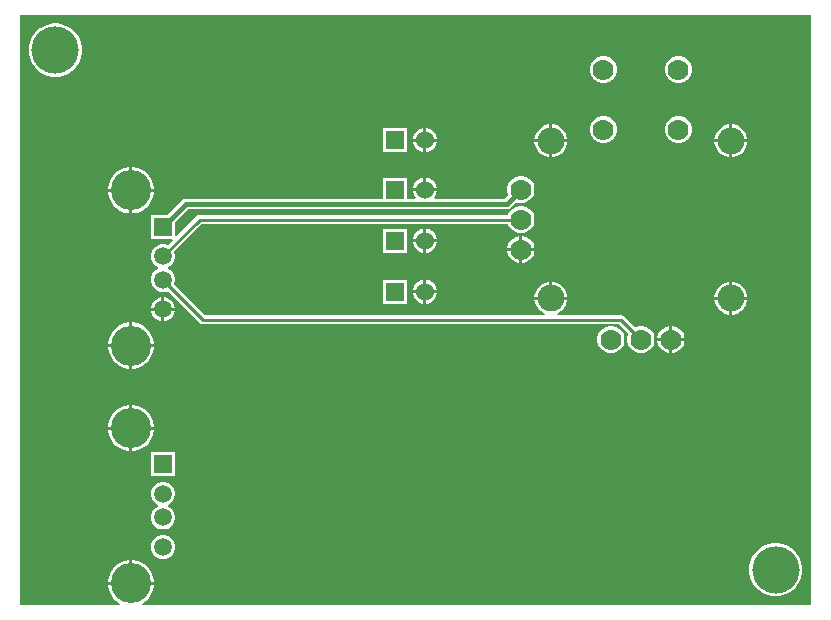
<source format=gbl>
G04*
G04 #@! TF.GenerationSoftware,Altium Limited,Altium Designer,22.10.1 (41)*
G04*
G04 Layer_Physical_Order=2*
G04 Layer_Color=16711680*
%FSLAX25Y25*%
%MOIN*%
G70*
G04*
G04 #@! TF.SameCoordinates,21556AB6-08DB-41F7-8633-05A54B1CEEA3*
G04*
G04*
G04 #@! TF.FilePolarity,Positive*
G04*
G01*
G75*
%ADD12C,0.01000*%
%ADD21C,0.01500*%
%ADD22C,0.15748*%
%ADD23C,0.13370*%
%ADD24C,0.05937*%
%ADD25R,0.05937X0.05937*%
%ADD26C,0.07000*%
%ADD27C,0.09000*%
%ADD28R,0.06024X0.06024*%
%ADD29C,0.06024*%
G36*
X267717Y3937D02*
X44665D01*
X44568Y4427D01*
X44640Y4457D01*
X45899Y5298D01*
X46969Y6369D01*
X47810Y7628D01*
X48390Y9026D01*
X48685Y10511D01*
Y10768D01*
X41000D01*
X33315D01*
Y10511D01*
X33610Y9026D01*
X34190Y7628D01*
X35031Y6369D01*
X36101Y5298D01*
X37360Y4457D01*
X37432Y4427D01*
X37335Y3937D01*
X3937D01*
Y200787D01*
X267717D01*
Y3937D01*
D02*
G37*
%LPC*%
G36*
X16622Y197850D02*
X14874D01*
X13160Y197509D01*
X11545Y196840D01*
X10091Y195869D01*
X8855Y194633D01*
X7884Y193180D01*
X7215Y191565D01*
X6874Y189850D01*
Y188102D01*
X7215Y186388D01*
X7884Y184773D01*
X8855Y183319D01*
X10091Y182083D01*
X11545Y181112D01*
X13160Y180443D01*
X14874Y180102D01*
X16622D01*
X18337Y180443D01*
X19951Y181112D01*
X21405Y182083D01*
X22641Y183319D01*
X23612Y184773D01*
X24281Y186388D01*
X24622Y188102D01*
Y189850D01*
X24281Y191565D01*
X23612Y193180D01*
X22641Y194633D01*
X21405Y195869D01*
X19951Y196840D01*
X18337Y197509D01*
X16622Y197850D01*
D02*
G37*
G36*
X224092Y187000D02*
X222908D01*
X221763Y186693D01*
X220737Y186101D01*
X219899Y185263D01*
X219307Y184237D01*
X219000Y183092D01*
Y181908D01*
X219307Y180763D01*
X219899Y179737D01*
X220737Y178899D01*
X221763Y178307D01*
X222908Y178000D01*
X224092D01*
X225237Y178307D01*
X226263Y178899D01*
X227101Y179737D01*
X227693Y180763D01*
X228000Y181908D01*
Y183092D01*
X227693Y184237D01*
X227101Y185263D01*
X226263Y186101D01*
X225237Y186693D01*
X224092Y187000D01*
D02*
G37*
G36*
X199092D02*
X197908D01*
X196763Y186693D01*
X195737Y186101D01*
X194899Y185263D01*
X194307Y184237D01*
X194000Y183092D01*
Y181908D01*
X194307Y180763D01*
X194899Y179737D01*
X195737Y178899D01*
X196763Y178307D01*
X197908Y178000D01*
X199092D01*
X200237Y178307D01*
X201263Y178899D01*
X202101Y179737D01*
X202693Y180763D01*
X203000Y181908D01*
Y183092D01*
X202693Y184237D01*
X202101Y185263D01*
X201263Y186101D01*
X200237Y186693D01*
X199092Y187000D01*
D02*
G37*
G36*
X139528Y163012D02*
X139500D01*
Y159500D01*
X143012D01*
Y159528D01*
X142738Y160548D01*
X142210Y161463D01*
X141463Y162210D01*
X140549Y162738D01*
X139528Y163012D01*
D02*
G37*
G36*
X138500D02*
X138472D01*
X137452Y162738D01*
X136537Y162210D01*
X135790Y161463D01*
X135262Y160548D01*
X134988Y159528D01*
Y159500D01*
X138500D01*
Y163012D01*
D02*
G37*
G36*
X241724Y164250D02*
X241500D01*
Y159250D01*
X246500D01*
Y159474D01*
X246125Y160873D01*
X245401Y162127D01*
X244377Y163151D01*
X243123Y163875D01*
X241724Y164250D01*
D02*
G37*
G36*
X240500D02*
X240276D01*
X238877Y163875D01*
X237623Y163151D01*
X236599Y162127D01*
X235875Y160873D01*
X235500Y159474D01*
Y159250D01*
X240500D01*
Y164250D01*
D02*
G37*
G36*
X181724D02*
X181500D01*
Y159250D01*
X186500D01*
Y159474D01*
X186125Y160873D01*
X185401Y162127D01*
X184377Y163151D01*
X183123Y163875D01*
X181724Y164250D01*
D02*
G37*
G36*
X180500D02*
X180276D01*
X178877Y163875D01*
X177623Y163151D01*
X176599Y162127D01*
X175875Y160873D01*
X175500Y159474D01*
Y159250D01*
X180500D01*
Y164250D01*
D02*
G37*
G36*
X224092Y167000D02*
X222908D01*
X221763Y166693D01*
X220737Y166101D01*
X219899Y165263D01*
X219307Y164237D01*
X219000Y163092D01*
Y161908D01*
X219307Y160763D01*
X219899Y159737D01*
X220737Y158899D01*
X221763Y158307D01*
X222908Y158000D01*
X224092D01*
X225237Y158307D01*
X226263Y158899D01*
X227101Y159737D01*
X227693Y160763D01*
X228000Y161908D01*
Y163092D01*
X227693Y164237D01*
X227101Y165263D01*
X226263Y166101D01*
X225237Y166693D01*
X224092Y167000D01*
D02*
G37*
G36*
X199092D02*
X197908D01*
X196763Y166693D01*
X195737Y166101D01*
X194899Y165263D01*
X194307Y164237D01*
X194000Y163092D01*
Y161908D01*
X194307Y160763D01*
X194899Y159737D01*
X195737Y158899D01*
X196763Y158307D01*
X197908Y158000D01*
X199092D01*
X200237Y158307D01*
X201263Y158899D01*
X202101Y159737D01*
X202693Y160763D01*
X203000Y161908D01*
Y163092D01*
X202693Y164237D01*
X202101Y165263D01*
X201263Y166101D01*
X200237Y166693D01*
X199092Y167000D01*
D02*
G37*
G36*
X143012Y158500D02*
X139500D01*
Y154988D01*
X139528D01*
X140549Y155262D01*
X141463Y155790D01*
X142210Y156537D01*
X142738Y157451D01*
X143012Y158472D01*
Y158500D01*
D02*
G37*
G36*
X138500D02*
X134988D01*
Y158472D01*
X135262Y157451D01*
X135790Y156537D01*
X136537Y155790D01*
X137452Y155262D01*
X138472Y154988D01*
X138500D01*
Y158500D01*
D02*
G37*
G36*
X133012Y163012D02*
X124988D01*
Y154988D01*
X133012D01*
Y163012D01*
D02*
G37*
G36*
X246500Y158250D02*
X241500D01*
Y153250D01*
X241724D01*
X243123Y153625D01*
X244377Y154349D01*
X245401Y155373D01*
X246125Y156627D01*
X246500Y158026D01*
Y158250D01*
D02*
G37*
G36*
X240500D02*
X235500D01*
Y158026D01*
X235875Y156627D01*
X236599Y155373D01*
X237623Y154349D01*
X238877Y153625D01*
X240276Y153250D01*
X240500D01*
Y158250D01*
D02*
G37*
G36*
X186500D02*
X181500D01*
Y153250D01*
X181724D01*
X183123Y153625D01*
X184377Y154349D01*
X185401Y155373D01*
X186125Y156627D01*
X186500Y158026D01*
Y158250D01*
D02*
G37*
G36*
X180500D02*
X175500D01*
Y158026D01*
X175875Y156627D01*
X176599Y155373D01*
X177623Y154349D01*
X178877Y153625D01*
X180276Y153250D01*
X180500D01*
Y158250D01*
D02*
G37*
G36*
X139528Y146512D02*
X139500D01*
Y143000D01*
X143012D01*
Y143028D01*
X142738Y144049D01*
X142210Y144963D01*
X141463Y145710D01*
X140549Y146238D01*
X139528Y146512D01*
D02*
G37*
G36*
X138500D02*
X138472D01*
X137452Y146238D01*
X136537Y145710D01*
X135790Y144963D01*
X135262Y144049D01*
X134988Y143028D01*
Y143000D01*
X138500D01*
Y146512D01*
D02*
G37*
G36*
X41757Y149917D02*
X41500D01*
Y142732D01*
X48685D01*
Y142989D01*
X48390Y144474D01*
X47810Y145872D01*
X46969Y147131D01*
X45899Y148202D01*
X44640Y149043D01*
X43242Y149622D01*
X41757Y149917D01*
D02*
G37*
G36*
X40500D02*
X40243D01*
X38758Y149622D01*
X37360Y149043D01*
X36101Y148202D01*
X35031Y147131D01*
X34190Y145872D01*
X33610Y144474D01*
X33315Y142989D01*
Y142732D01*
X40500D01*
Y149917D01*
D02*
G37*
G36*
X171592Y147000D02*
X170408D01*
X169263Y146693D01*
X168237Y146101D01*
X167399Y145263D01*
X166807Y144237D01*
X166500Y143092D01*
Y141908D01*
X166793Y140816D01*
X165461Y139484D01*
X142311D01*
X142120Y139946D01*
X142210Y140037D01*
X142738Y140952D01*
X143012Y141972D01*
Y142000D01*
X134988D01*
Y141972D01*
X135262Y140952D01*
X135790Y140037D01*
X135880Y139946D01*
X135689Y139484D01*
X133012D01*
Y146512D01*
X124988D01*
Y139484D01*
X59224D01*
X58541Y139348D01*
X57962Y138962D01*
X57962Y138962D01*
X53114Y134114D01*
X47701D01*
Y126177D01*
X54727D01*
X54918Y125715D01*
X53203Y124000D01*
X53201Y124001D01*
X52192Y124272D01*
X51147D01*
X50137Y124001D01*
X49233Y123479D01*
X48494Y122740D01*
X47971Y121835D01*
X47701Y120826D01*
Y119781D01*
X47971Y118771D01*
X48494Y117867D01*
X49233Y117128D01*
X50090Y116632D01*
X50132Y116366D01*
X50090Y116100D01*
X49233Y115605D01*
X48494Y114866D01*
X47971Y113961D01*
X47701Y112952D01*
Y111907D01*
X47971Y110897D01*
X48494Y109993D01*
X49233Y109254D01*
X50137Y108731D01*
X51147Y108461D01*
X52192D01*
X53201Y108731D01*
X53203Y108732D01*
X63917Y98019D01*
X64413Y97687D01*
X64998Y97571D01*
X203766D01*
X206914Y94423D01*
X206807Y94237D01*
X206500Y93092D01*
Y91908D01*
X206807Y90763D01*
X207399Y89737D01*
X208237Y88899D01*
X209263Y88307D01*
X210408Y88000D01*
X211592D01*
X212737Y88307D01*
X213763Y88899D01*
X214601Y89737D01*
X215193Y90763D01*
X215500Y91908D01*
Y93092D01*
X215193Y94237D01*
X214601Y95263D01*
X213763Y96101D01*
X212737Y96693D01*
X211592Y97000D01*
X210408D01*
X209263Y96693D01*
X209077Y96586D01*
X205481Y100181D01*
X204985Y100513D01*
X204400Y100629D01*
X183206D01*
X183123Y101125D01*
X184377Y101849D01*
X185401Y102873D01*
X186125Y104127D01*
X186500Y105526D01*
Y105750D01*
X175500D01*
Y105526D01*
X175875Y104127D01*
X176599Y102873D01*
X177623Y101849D01*
X178877Y101125D01*
X178794Y100629D01*
X65632D01*
X55366Y110895D01*
X55367Y110897D01*
X55638Y111907D01*
Y112952D01*
X55367Y113961D01*
X54845Y114866D01*
X54106Y115605D01*
X53248Y116100D01*
X53207Y116366D01*
X53248Y116632D01*
X54106Y117128D01*
X54845Y117867D01*
X55367Y118771D01*
X55638Y119781D01*
Y120826D01*
X55367Y121835D01*
X55366Y121837D01*
X64499Y130971D01*
X166751D01*
X166807Y130763D01*
X167399Y129737D01*
X168237Y128899D01*
X169263Y128307D01*
X170408Y128000D01*
X171592D01*
X172737Y128307D01*
X173763Y128899D01*
X174601Y129737D01*
X175193Y130763D01*
X175500Y131908D01*
Y133092D01*
X175193Y134237D01*
X174601Y135263D01*
X173763Y136101D01*
X172737Y136693D01*
X171592Y137000D01*
X170408D01*
X169263Y136693D01*
X168237Y136101D01*
X167399Y135263D01*
X166807Y134237D01*
X166751Y134029D01*
X63866D01*
X63281Y133913D01*
X62785Y133581D01*
X56100Y126897D01*
X55638Y127088D01*
Y131591D01*
X59963Y135916D01*
X166200D01*
X166883Y136051D01*
X167462Y136438D01*
X169316Y138293D01*
X170408Y138000D01*
X171592D01*
X172737Y138307D01*
X173763Y138899D01*
X174601Y139737D01*
X175193Y140763D01*
X175500Y141908D01*
Y143092D01*
X175193Y144237D01*
X174601Y145263D01*
X173763Y146101D01*
X172737Y146693D01*
X171592Y147000D01*
D02*
G37*
G36*
X48685Y141732D02*
X41500D01*
Y134547D01*
X41757D01*
X43242Y134843D01*
X44640Y135422D01*
X45899Y136263D01*
X46969Y137333D01*
X47810Y138592D01*
X48390Y139991D01*
X48685Y141475D01*
Y141732D01*
D02*
G37*
G36*
X40500D02*
X33315D01*
Y141475D01*
X33610Y139991D01*
X34190Y138592D01*
X35031Y137333D01*
X36101Y136263D01*
X37360Y135422D01*
X38758Y134843D01*
X40243Y134547D01*
X40500D01*
Y141732D01*
D02*
G37*
G36*
X139528Y129512D02*
X139500D01*
Y126000D01*
X143012D01*
Y126028D01*
X142738Y127049D01*
X142210Y127963D01*
X141463Y128710D01*
X140549Y129238D01*
X139528Y129512D01*
D02*
G37*
G36*
X138500D02*
X138472D01*
X137452Y129238D01*
X136537Y128710D01*
X135790Y127963D01*
X135262Y127049D01*
X134988Y126028D01*
Y126000D01*
X138500D01*
Y129512D01*
D02*
G37*
G36*
X171592Y127000D02*
X171500D01*
Y123000D01*
X175500D01*
Y123092D01*
X175193Y124237D01*
X174601Y125263D01*
X173763Y126101D01*
X172737Y126693D01*
X171592Y127000D01*
D02*
G37*
G36*
X170500D02*
X170408D01*
X169263Y126693D01*
X168237Y126101D01*
X167399Y125263D01*
X166807Y124237D01*
X166500Y123092D01*
Y123000D01*
X170500D01*
Y127000D01*
D02*
G37*
G36*
X143012Y125000D02*
X139500D01*
Y121488D01*
X139528D01*
X140549Y121762D01*
X141463Y122290D01*
X142210Y123037D01*
X142738Y123951D01*
X143012Y124972D01*
Y125000D01*
D02*
G37*
G36*
X138500D02*
X134988D01*
Y124972D01*
X135262Y123951D01*
X135790Y123037D01*
X136537Y122290D01*
X137452Y121762D01*
X138472Y121488D01*
X138500D01*
Y125000D01*
D02*
G37*
G36*
X133012Y129512D02*
X124988D01*
Y121488D01*
X133012D01*
Y129512D01*
D02*
G37*
G36*
X175500Y122000D02*
X171500D01*
Y118000D01*
X171592D01*
X172737Y118307D01*
X173763Y118899D01*
X174601Y119737D01*
X175193Y120763D01*
X175500Y121908D01*
Y122000D01*
D02*
G37*
G36*
X170500D02*
X166500D01*
Y121908D01*
X166807Y120763D01*
X167399Y119737D01*
X168237Y118899D01*
X169263Y118307D01*
X170408Y118000D01*
X170500D01*
Y122000D01*
D02*
G37*
G36*
X139528Y112512D02*
X139500D01*
Y109000D01*
X143012D01*
Y109028D01*
X142738Y110048D01*
X142210Y110963D01*
X141463Y111710D01*
X140549Y112238D01*
X139528Y112512D01*
D02*
G37*
G36*
X138500D02*
X138472D01*
X137452Y112238D01*
X136537Y111710D01*
X135790Y110963D01*
X135262Y110048D01*
X134988Y109028D01*
Y109000D01*
X138500D01*
Y112512D01*
D02*
G37*
G36*
X241724Y111750D02*
X241500D01*
Y106750D01*
X246500D01*
Y106974D01*
X246125Y108373D01*
X245401Y109627D01*
X244377Y110651D01*
X243123Y111375D01*
X241724Y111750D01*
D02*
G37*
G36*
X240500D02*
X240276D01*
X238877Y111375D01*
X237623Y110651D01*
X236599Y109627D01*
X235875Y108373D01*
X235500Y106974D01*
Y106750D01*
X240500D01*
Y111750D01*
D02*
G37*
G36*
X181724D02*
X181500D01*
Y106750D01*
X186500D01*
Y106974D01*
X186125Y108373D01*
X185401Y109627D01*
X184377Y110651D01*
X183123Y111375D01*
X181724Y111750D01*
D02*
G37*
G36*
X180500D02*
X180276D01*
X178877Y111375D01*
X177623Y110651D01*
X176599Y109627D01*
X175875Y108373D01*
X175500Y106974D01*
Y106750D01*
X180500D01*
Y111750D01*
D02*
G37*
G36*
X143012Y108000D02*
X139500D01*
Y104488D01*
X139528D01*
X140549Y104762D01*
X141463Y105290D01*
X142210Y106037D01*
X142738Y106951D01*
X143012Y107972D01*
Y108000D01*
D02*
G37*
G36*
X138500D02*
X134988D01*
Y107972D01*
X135262Y106951D01*
X135790Y106037D01*
X136537Y105290D01*
X137452Y104762D01*
X138472Y104488D01*
X138500D01*
Y108000D01*
D02*
G37*
G36*
X133012Y112512D02*
X124988D01*
Y104488D01*
X133012D01*
Y112512D01*
D02*
G37*
G36*
X52192Y106555D02*
X52169D01*
Y103087D01*
X55638D01*
Y103109D01*
X55367Y104118D01*
X54845Y105023D01*
X54106Y105762D01*
X53201Y106285D01*
X52192Y106555D01*
D02*
G37*
G36*
X51169D02*
X51147D01*
X50137Y106285D01*
X49233Y105762D01*
X48494Y105023D01*
X47971Y104118D01*
X47701Y103109D01*
Y103087D01*
X51169D01*
Y106555D01*
D02*
G37*
G36*
X246500Y105750D02*
X241500D01*
Y100750D01*
X241724D01*
X243123Y101125D01*
X244377Y101849D01*
X245401Y102873D01*
X246125Y104127D01*
X246500Y105526D01*
Y105750D01*
D02*
G37*
G36*
X240500D02*
X235500D01*
Y105526D01*
X235875Y104127D01*
X236599Y102873D01*
X237623Y101849D01*
X238877Y101125D01*
X240276Y100750D01*
X240500D01*
Y105750D01*
D02*
G37*
G36*
X55638Y102087D02*
X52169D01*
Y98618D01*
X52192D01*
X53201Y98888D01*
X54106Y99411D01*
X54845Y100150D01*
X55367Y101055D01*
X55638Y102064D01*
Y102087D01*
D02*
G37*
G36*
X51169D02*
X47701D01*
Y102064D01*
X47971Y101055D01*
X48494Y100150D01*
X49233Y99411D01*
X50137Y98888D01*
X51147Y98618D01*
X51169D01*
Y102087D01*
D02*
G37*
G36*
X221592Y97000D02*
X221500D01*
Y93000D01*
X225500D01*
Y93092D01*
X225193Y94237D01*
X224601Y95263D01*
X223763Y96101D01*
X222737Y96693D01*
X221592Y97000D01*
D02*
G37*
G36*
X220500D02*
X220408D01*
X219263Y96693D01*
X218237Y96101D01*
X217399Y95263D01*
X216807Y94237D01*
X216500Y93092D01*
Y93000D01*
X220500D01*
Y97000D01*
D02*
G37*
G36*
X41757Y98185D02*
X41500D01*
Y91000D01*
X48685D01*
Y91257D01*
X48390Y92742D01*
X47810Y94140D01*
X46969Y95399D01*
X45899Y96469D01*
X44640Y97310D01*
X43242Y97890D01*
X41757Y98185D01*
D02*
G37*
G36*
X40500D02*
X40243D01*
X38758Y97890D01*
X37360Y97310D01*
X36101Y96469D01*
X35031Y95399D01*
X34190Y94140D01*
X33610Y92742D01*
X33315Y91257D01*
Y91000D01*
X40500D01*
Y98185D01*
D02*
G37*
G36*
X225500Y92000D02*
X221500D01*
Y88000D01*
X221592D01*
X222737Y88307D01*
X223763Y88899D01*
X224601Y89737D01*
X225193Y90763D01*
X225500Y91908D01*
Y92000D01*
D02*
G37*
G36*
X220500D02*
X216500D01*
Y91908D01*
X216807Y90763D01*
X217399Y89737D01*
X218237Y88899D01*
X219263Y88307D01*
X220408Y88000D01*
X220500D01*
Y92000D01*
D02*
G37*
G36*
X201592Y97000D02*
X200408D01*
X199263Y96693D01*
X198237Y96101D01*
X197399Y95263D01*
X196807Y94237D01*
X196500Y93092D01*
Y91908D01*
X196807Y90763D01*
X197399Y89737D01*
X198237Y88899D01*
X199263Y88307D01*
X200408Y88000D01*
X201592D01*
X202737Y88307D01*
X203763Y88899D01*
X204601Y89737D01*
X205193Y90763D01*
X205500Y91908D01*
Y93092D01*
X205193Y94237D01*
X204601Y95263D01*
X203763Y96101D01*
X202737Y96693D01*
X201592Y97000D01*
D02*
G37*
G36*
X48685Y90000D02*
X41500D01*
Y82815D01*
X41757D01*
X43242Y83110D01*
X44640Y83690D01*
X45899Y84531D01*
X46969Y85601D01*
X47810Y86860D01*
X48390Y88258D01*
X48685Y89743D01*
Y90000D01*
D02*
G37*
G36*
X40500D02*
X33315D01*
Y89743D01*
X33610Y88258D01*
X34190Y86860D01*
X35031Y85601D01*
X36101Y84531D01*
X37360Y83690D01*
X38758Y83110D01*
X40243Y82815D01*
X40500D01*
Y90000D01*
D02*
G37*
G36*
X41757Y70685D02*
X41500D01*
Y63500D01*
X48685D01*
Y63757D01*
X48390Y65242D01*
X47810Y66640D01*
X46969Y67899D01*
X45899Y68969D01*
X44640Y69810D01*
X43242Y70390D01*
X41757Y70685D01*
D02*
G37*
G36*
X40500D02*
X40243D01*
X38758Y70390D01*
X37360Y69810D01*
X36101Y68969D01*
X35031Y67899D01*
X34190Y66640D01*
X33610Y65242D01*
X33315Y63757D01*
Y63500D01*
X40500D01*
Y70685D01*
D02*
G37*
G36*
X48685Y62500D02*
X41500D01*
Y55315D01*
X41757D01*
X43242Y55610D01*
X44640Y56190D01*
X45899Y57031D01*
X46969Y58101D01*
X47810Y59360D01*
X48390Y60758D01*
X48685Y62243D01*
Y62500D01*
D02*
G37*
G36*
X40500D02*
X33315D01*
Y62243D01*
X33610Y60758D01*
X34190Y59360D01*
X35031Y58101D01*
X36101Y57031D01*
X37360Y56190D01*
X38758Y55610D01*
X40243Y55315D01*
X40500D01*
Y62500D01*
D02*
G37*
G36*
X55638Y54882D02*
X47701D01*
Y46945D01*
X55638D01*
Y54882D01*
D02*
G37*
G36*
X52192Y45039D02*
X51147D01*
X50137Y44769D01*
X49233Y44246D01*
X48494Y43508D01*
X47971Y42603D01*
X47701Y41593D01*
Y40548D01*
X47971Y39539D01*
X48494Y38634D01*
X49233Y37895D01*
X50090Y37400D01*
X50132Y37134D01*
X50090Y36868D01*
X49233Y36372D01*
X48494Y35634D01*
X47971Y34729D01*
X47701Y33719D01*
Y32674D01*
X47971Y31665D01*
X48494Y30760D01*
X49233Y30021D01*
X50137Y29499D01*
X51147Y29228D01*
X52192D01*
X53201Y29499D01*
X54106Y30021D01*
X54845Y30760D01*
X55367Y31665D01*
X55638Y32674D01*
Y33719D01*
X55367Y34729D01*
X54845Y35634D01*
X54106Y36372D01*
X53248Y36868D01*
X53207Y37134D01*
X53248Y37400D01*
X54106Y37895D01*
X54845Y38634D01*
X55367Y39539D01*
X55638Y40548D01*
Y41593D01*
X55367Y42603D01*
X54845Y43508D01*
X54106Y44246D01*
X53201Y44769D01*
X52192Y45039D01*
D02*
G37*
G36*
Y27323D02*
X51147D01*
X50137Y27052D01*
X49233Y26530D01*
X48494Y25791D01*
X47971Y24886D01*
X47701Y23877D01*
Y22832D01*
X47971Y21823D01*
X48494Y20918D01*
X49233Y20179D01*
X50137Y19656D01*
X51147Y19386D01*
X52192D01*
X53201Y19656D01*
X54106Y20179D01*
X54845Y20918D01*
X55367Y21823D01*
X55638Y22832D01*
Y23877D01*
X55367Y24886D01*
X54845Y25791D01*
X54106Y26530D01*
X53201Y27052D01*
X52192Y27323D01*
D02*
G37*
G36*
X41757Y18953D02*
X41500D01*
Y11768D01*
X48685D01*
Y12025D01*
X48390Y13509D01*
X47810Y14908D01*
X46969Y16167D01*
X45899Y17237D01*
X44640Y18078D01*
X43242Y18657D01*
X41757Y18953D01*
D02*
G37*
G36*
X40500D02*
X40243D01*
X38758Y18657D01*
X37360Y18078D01*
X36101Y17237D01*
X35031Y16167D01*
X34190Y14908D01*
X33610Y13509D01*
X33315Y12025D01*
Y11768D01*
X40500D01*
Y18953D01*
D02*
G37*
G36*
X256780Y24622D02*
X255031D01*
X253317Y24281D01*
X251702Y23612D01*
X250249Y22641D01*
X249013Y21405D01*
X248042Y19951D01*
X247373Y18337D01*
X247031Y16622D01*
Y14874D01*
X247373Y13160D01*
X248042Y11545D01*
X249013Y10091D01*
X250249Y8855D01*
X251702Y7884D01*
X253317Y7215D01*
X255031Y6874D01*
X256780D01*
X258494Y7215D01*
X260109Y7884D01*
X261562Y8855D01*
X262798Y10091D01*
X263770Y11545D01*
X264439Y13160D01*
X264779Y14874D01*
Y16622D01*
X264439Y18337D01*
X263770Y19951D01*
X262798Y21405D01*
X261562Y22641D01*
X260109Y23612D01*
X258494Y24281D01*
X256780Y24622D01*
D02*
G37*
%LPD*%
D12*
X204400Y99100D02*
X211000Y92500D01*
X64998Y99100D02*
X204400D01*
X51669Y112429D02*
X64998Y99100D01*
X63866Y132500D02*
X171000D01*
X51669Y120303D02*
X63866Y132500D01*
D21*
X51669Y130146D02*
X59224Y137700D01*
X166200D01*
X171000Y142500D01*
D22*
X255906Y15748D02*
D03*
X15748Y188976D02*
D03*
D23*
X41000Y11268D02*
D03*
Y63000D02*
D03*
Y90500D02*
D03*
Y142232D02*
D03*
D24*
X51669Y23354D02*
D03*
Y33197D02*
D03*
Y41071D02*
D03*
Y102587D02*
D03*
Y112429D02*
D03*
Y120303D02*
D03*
D25*
Y50913D02*
D03*
Y130146D02*
D03*
D26*
X171000Y122500D02*
D03*
Y132500D02*
D03*
Y142500D02*
D03*
X221000Y92500D02*
D03*
X211000D02*
D03*
X201000D02*
D03*
X223500Y162500D02*
D03*
X198500D02*
D03*
X223500Y182500D02*
D03*
X198500D02*
D03*
D27*
X241000Y158750D02*
D03*
Y106250D02*
D03*
X181000D02*
D03*
Y158750D02*
D03*
D28*
X129000Y159000D02*
D03*
Y142500D02*
D03*
Y125500D02*
D03*
Y108500D02*
D03*
D29*
X139000Y159000D02*
D03*
Y142500D02*
D03*
Y125500D02*
D03*
Y108500D02*
D03*
M02*

</source>
